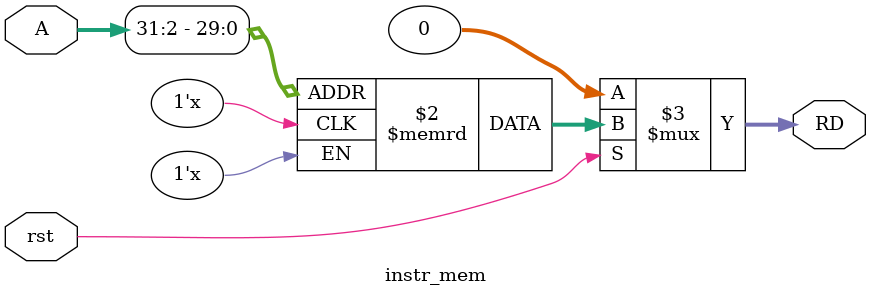
<source format=v>
`timescale 1ns / 1ps


module instr_mem(
input wire rst,
input wire [31:0] A,
output [31:0] RD
    );
    reg [31:0] instr_mem_reg [1023:0];
    assign RD = (~rst) ? {32{1'b0}} : instr_mem_reg[A[31:2]];  // not instr_mem_reg[A] ??
endmodule

</source>
